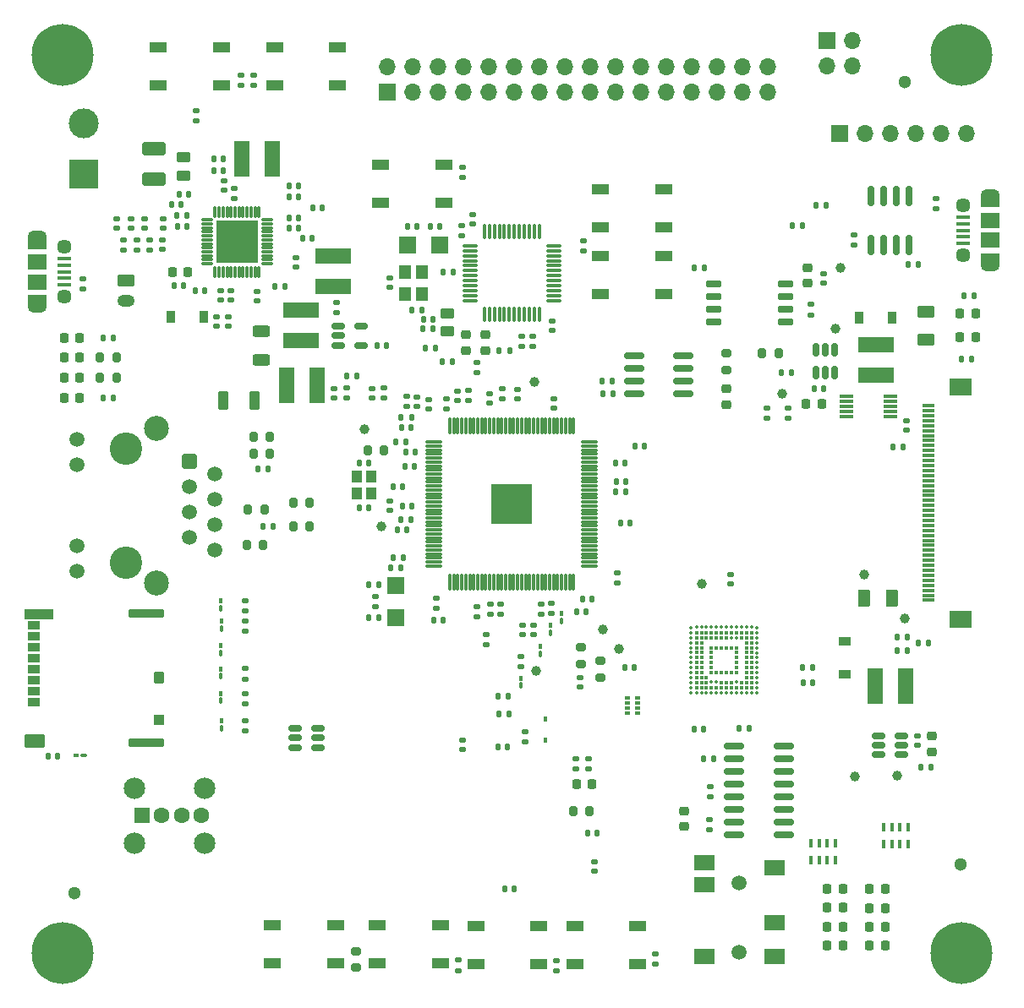
<source format=gts>
G04 #@! TF.GenerationSoftware,KiCad,Pcbnew,(6.0.8)*
G04 #@! TF.CreationDate,2024-01-04T13:57:02-05:00*
G04 #@! TF.ProjectId,lb_mp1,6c625f6d-7031-42e6-9b69-6361645f7063,rev?*
G04 #@! TF.SameCoordinates,Original*
G04 #@! TF.FileFunction,Soldermask,Top*
G04 #@! TF.FilePolarity,Negative*
%FSLAX46Y46*%
G04 Gerber Fmt 4.6, Leading zero omitted, Abs format (unit mm)*
G04 Created by KiCad (PCBNEW (6.0.8)) date 2024-01-04 13:57:02*
%MOMM*%
%LPD*%
G01*
G04 APERTURE LIST*
G04 Aperture macros list*
%AMRoundRect*
0 Rectangle with rounded corners*
0 $1 Rounding radius*
0 $2 $3 $4 $5 $6 $7 $8 $9 X,Y pos of 4 corners*
0 Add a 4 corners polygon primitive as box body*
4,1,4,$2,$3,$4,$5,$6,$7,$8,$9,$2,$3,0*
0 Add four circle primitives for the rounded corners*
1,1,$1+$1,$2,$3*
1,1,$1+$1,$4,$5*
1,1,$1+$1,$6,$7*
1,1,$1+$1,$8,$9*
0 Add four rect primitives between the rounded corners*
20,1,$1+$1,$2,$3,$4,$5,0*
20,1,$1+$1,$4,$5,$6,$7,0*
20,1,$1+$1,$6,$7,$8,$9,0*
20,1,$1+$1,$8,$9,$2,$3,0*%
G04 Aperture macros list end*
%ADD10C,1.300000*%
%ADD11RoundRect,0.135000X-0.185000X0.135000X-0.185000X-0.135000X0.185000X-0.135000X0.185000X0.135000X0*%
%ADD12RoundRect,0.150000X-0.150000X0.825000X-0.150000X-0.825000X0.150000X-0.825000X0.150000X0.825000X0*%
%ADD13RoundRect,0.150000X0.825000X0.150000X-0.825000X0.150000X-0.825000X-0.150000X0.825000X-0.150000X0*%
%ADD14RoundRect,0.135000X0.185000X-0.135000X0.185000X0.135000X-0.185000X0.135000X-0.185000X-0.135000X0*%
%ADD15RoundRect,0.135000X0.135000X0.185000X-0.135000X0.185000X-0.135000X-0.185000X0.135000X-0.185000X0*%
%ADD16RoundRect,0.200000X-0.275000X0.200000X-0.275000X-0.200000X0.275000X-0.200000X0.275000X0.200000X0*%
%ADD17RoundRect,0.250000X-0.625000X0.350000X-0.625000X-0.350000X0.625000X-0.350000X0.625000X0.350000X0*%
%ADD18O,1.750000X1.200000*%
%ADD19RoundRect,0.135000X-0.135000X-0.185000X0.135000X-0.185000X0.135000X0.185000X-0.135000X0.185000X0*%
%ADD20R,0.500000X0.320000*%
%ADD21RoundRect,0.140000X0.140000X0.170000X-0.140000X0.170000X-0.140000X-0.170000X0.140000X-0.170000X0*%
%ADD22R,1.700000X1.000000*%
%ADD23RoundRect,0.140000X0.170000X-0.140000X0.170000X0.140000X-0.170000X0.140000X-0.170000X-0.140000X0*%
%ADD24RoundRect,0.200000X0.275000X-0.200000X0.275000X0.200000X-0.275000X0.200000X-0.275000X-0.200000X0*%
%ADD25RoundRect,0.140000X-0.140000X-0.170000X0.140000X-0.170000X0.140000X0.170000X-0.140000X0.170000X0*%
%ADD26O,0.490000X0.280000*%
%ADD27O,0.280000X0.490000*%
%ADD28C,0.370000*%
%ADD29C,1.500000*%
%ADD30R,2.000000X1.500000*%
%ADD31R,1.600000X1.600000*%
%ADD32C,1.600000*%
%ADD33C,2.150000*%
%ADD34C,6.200000*%
%ADD35RoundRect,0.250000X0.925000X-0.412500X0.925000X0.412500X-0.925000X0.412500X-0.925000X-0.412500X0*%
%ADD36RoundRect,0.218750X-0.218750X-0.256250X0.218750X-0.256250X0.218750X0.256250X-0.218750X0.256250X0*%
%ADD37RoundRect,0.200000X-0.200000X-0.275000X0.200000X-0.275000X0.200000X0.275000X-0.200000X0.275000X0*%
%ADD38C,1.000000*%
%ADD39RoundRect,0.100000X0.100000X-0.150000X0.100000X0.150000X-0.100000X0.150000X-0.100000X-0.150000X0*%
%ADD40RoundRect,0.100000X0.100000X-0.208500X0.100000X0.208500X-0.100000X0.208500X-0.100000X-0.208500X0*%
%ADD41RoundRect,0.140000X-0.170000X0.140000X-0.170000X-0.140000X0.170000X-0.140000X0.170000X0.140000X0*%
%ADD42R,1.300000X0.300000*%
%ADD43R,2.200000X1.800000*%
%ADD44R,1.400000X0.300000*%
%ADD45R,3.600000X1.500000*%
%ADD46RoundRect,0.218750X0.218750X0.256250X-0.218750X0.256250X-0.218750X-0.256250X0.218750X-0.256250X0*%
%ADD47R,1.700000X1.700000*%
%ADD48O,1.700000X1.700000*%
%ADD49R,1.350000X0.400000*%
%ADD50R,1.900000X1.200000*%
%ADD51R,1.900000X1.500000*%
%ADD52C,1.450000*%
%ADD53O,1.900000X1.200000*%
%ADD54R,1.750000X1.800000*%
%ADD55C,3.250000*%
%ADD56RoundRect,0.250500X-0.499500X0.499500X-0.499500X-0.499500X0.499500X-0.499500X0.499500X0.499500X0*%
%ADD57C,2.500000*%
%ADD58R,0.900000X1.200000*%
%ADD59RoundRect,0.076200X0.550000X-0.350000X0.550000X0.350000X-0.550000X0.350000X-0.550000X-0.350000X0*%
%ADD60RoundRect,0.076200X0.465000X-0.450000X0.465000X0.450000X-0.465000X0.450000X-0.465000X-0.450000X0*%
%ADD61RoundRect,0.076200X0.390000X-0.525000X0.390000X0.525000X-0.390000X0.525000X-0.390000X-0.525000X0*%
%ADD62RoundRect,0.076200X0.915000X-0.570000X0.915000X0.570000X-0.915000X0.570000X-0.915000X-0.570000X0*%
%ADD63RoundRect,0.076200X1.400000X-0.430000X1.400000X0.430000X-1.400000X0.430000X-1.400000X-0.430000X0*%
%ADD64RoundRect,0.076200X1.665000X-0.350000X1.665000X0.350000X-1.665000X0.350000X-1.665000X-0.350000X0*%
%ADD65RoundRect,0.050800X0.500000X0.100000X-0.500000X0.100000X-0.500000X-0.100000X0.500000X-0.100000X0*%
%ADD66RoundRect,0.050800X-0.100000X0.500000X-0.100000X-0.500000X0.100000X-0.500000X0.100000X0.500000X0*%
%ADD67RoundRect,0.050800X-0.500000X-0.100000X0.500000X-0.100000X0.500000X0.100000X-0.500000X0.100000X0*%
%ADD68RoundRect,0.050800X0.100000X-0.500000X0.100000X0.500000X-0.100000X0.500000X-0.100000X-0.500000X0*%
%ADD69C,0.711200*%
%ADD70RoundRect,0.250000X-0.625000X0.312500X-0.625000X-0.312500X0.625000X-0.312500X0.625000X0.312500X0*%
%ADD71R,1.500000X3.600000*%
%ADD72RoundRect,0.150000X0.512500X0.150000X-0.512500X0.150000X-0.512500X-0.150000X0.512500X-0.150000X0*%
%ADD73RoundRect,0.150000X-0.650000X-0.150000X0.650000X-0.150000X0.650000X0.150000X-0.650000X0.150000X0*%
%ADD74R,1.200000X1.400000*%
%ADD75RoundRect,0.200000X0.200000X0.275000X-0.200000X0.275000X-0.200000X-0.275000X0.200000X-0.275000X0*%
%ADD76RoundRect,0.225000X-0.250000X0.225000X-0.250000X-0.225000X0.250000X-0.225000X0.250000X0.225000X0*%
%ADD77R,3.000000X3.000000*%
%ADD78C,3.000000*%
%ADD79RoundRect,0.100000X0.150000X0.100000X-0.150000X0.100000X-0.150000X-0.100000X0.150000X-0.100000X0*%
%ADD80RoundRect,0.100000X0.208500X0.100000X-0.208500X0.100000X-0.208500X-0.100000X0.208500X-0.100000X0*%
%ADD81RoundRect,0.075000X-0.662500X-0.075000X0.662500X-0.075000X0.662500X0.075000X-0.662500X0.075000X0*%
%ADD82RoundRect,0.075000X-0.075000X-0.662500X0.075000X-0.662500X0.075000X0.662500X-0.075000X0.662500X0*%
%ADD83RoundRect,0.225000X0.225000X0.250000X-0.225000X0.250000X-0.225000X-0.250000X0.225000X-0.250000X0*%
%ADD84RoundRect,0.225000X0.250000X-0.225000X0.250000X0.225000X-0.250000X0.225000X-0.250000X-0.225000X0*%
%ADD85RoundRect,0.250000X-0.275000X-0.700000X0.275000X-0.700000X0.275000X0.700000X-0.275000X0.700000X0*%
%ADD86RoundRect,0.218750X0.256250X-0.218750X0.256250X0.218750X-0.256250X0.218750X-0.256250X-0.218750X0*%
%ADD87RoundRect,0.150000X-0.150000X0.512500X-0.150000X-0.512500X0.150000X-0.512500X0.150000X0.512500X0*%
%ADD88RoundRect,0.250000X-0.450000X0.262500X-0.450000X-0.262500X0.450000X-0.262500X0.450000X0.262500X0*%
%ADD89RoundRect,0.150000X-0.512500X-0.150000X0.512500X-0.150000X0.512500X0.150000X-0.512500X0.150000X0*%
%ADD90R,0.450000X0.600000*%
%ADD91R,0.400000X0.900000*%
%ADD92R,1.800000X1.750000*%
%ADD93RoundRect,0.250000X0.375000X0.625000X-0.375000X0.625000X-0.375000X-0.625000X0.375000X-0.625000X0*%
%ADD94R,1.000000X1.150000*%
%ADD95R,1.200000X0.900000*%
%ADD96RoundRect,0.250000X0.625000X-0.375000X0.625000X0.375000X-0.625000X0.375000X-0.625000X-0.375000X0*%
%ADD97RoundRect,0.050800X0.800000X-0.123750X0.800000X0.123750X-0.800000X0.123750X-0.800000X-0.123750X0*%
%ADD98RoundRect,0.050800X0.123750X-0.800000X0.123750X0.800000X-0.123750X0.800000X-0.123750X-0.800000X0*%
G04 APERTURE END LIST*
G36*
X124040000Y-72490000D02*
G01*
X119840000Y-72490000D01*
X119840000Y-68290000D01*
X124040000Y-68290000D01*
X124040000Y-72490000D01*
G37*
G36*
X151440000Y-98660000D02*
G01*
X147440000Y-98660000D01*
X147440000Y-94660000D01*
X151440000Y-94660000D01*
X151440000Y-98660000D01*
G37*
D10*
X194400000Y-132777000D03*
X105650000Y-135677000D03*
X188770000Y-54397000D03*
D11*
X153950000Y-142400000D03*
X153950000Y-143420000D03*
D12*
X189185000Y-65765000D03*
X187915000Y-65765000D03*
X186645000Y-65765000D03*
X185375000Y-65765000D03*
X185375000Y-70715000D03*
X186645000Y-70715000D03*
X187915000Y-70715000D03*
X189185000Y-70715000D03*
D13*
X166655000Y-85575000D03*
X166655000Y-84305000D03*
X166655000Y-83035000D03*
X166655000Y-81765000D03*
X161705000Y-81765000D03*
X161705000Y-83035000D03*
X161705000Y-84305000D03*
X161705000Y-85575000D03*
D11*
X150800000Y-119490000D03*
X150800000Y-120510000D03*
D14*
X144510000Y-63900000D03*
X144510000Y-62880000D03*
D15*
X159530000Y-84310000D03*
X158510000Y-84310000D03*
D16*
X158300000Y-112375000D03*
X158300000Y-114025000D03*
D17*
X110850000Y-74300000D03*
D18*
X110850000Y-76300000D03*
D11*
X106500000Y-74090000D03*
X106500000Y-75110000D03*
D19*
X194510000Y-82100000D03*
X195530000Y-82100000D03*
D20*
X162020000Y-117630000D03*
X162020000Y-117130000D03*
X162020000Y-116630000D03*
X162020000Y-116130000D03*
X161020000Y-116130000D03*
X161020000Y-116630000D03*
X161020000Y-117130000D03*
X161020000Y-117630000D03*
D21*
X120600000Y-62110000D03*
X119640000Y-62110000D03*
D22*
X114060000Y-54700000D03*
X120360000Y-54700000D03*
X114060000Y-50900000D03*
X120360000Y-50900000D03*
D23*
X144020000Y-86310000D03*
X144020000Y-85350000D03*
D24*
X156340000Y-112685000D03*
X156340000Y-111035000D03*
D21*
X138510000Y-94950000D03*
X137550000Y-94950000D03*
D13*
X176655000Y-129835000D03*
X176655000Y-128565000D03*
X176655000Y-127295000D03*
X176655000Y-126025000D03*
X176655000Y-124755000D03*
X176655000Y-123485000D03*
X176655000Y-122215000D03*
X176655000Y-120945000D03*
X171705000Y-120945000D03*
X171705000Y-122215000D03*
X171705000Y-123485000D03*
X171705000Y-124755000D03*
X171705000Y-126025000D03*
X171705000Y-127295000D03*
X171705000Y-128565000D03*
X171705000Y-129835000D03*
D25*
X116130000Y-65590000D03*
X117090000Y-65590000D03*
D26*
X167380000Y-115560000D03*
X167380000Y-115060000D03*
X167380000Y-114560000D03*
X167380000Y-114060000D03*
X167380000Y-113560000D03*
X167380000Y-113060000D03*
X167380000Y-112560000D03*
X167380000Y-112060000D03*
X167380000Y-111560000D03*
X167380000Y-111060000D03*
X167380000Y-110560000D03*
X167380000Y-110060000D03*
X167380000Y-109560000D03*
X167380000Y-109060000D03*
D27*
X167940000Y-115620000D03*
D28*
X167940000Y-115060000D03*
X167940000Y-114560000D03*
X167940000Y-114060000D03*
X167940000Y-113560000D03*
X167940000Y-113060000D03*
X167940000Y-112560000D03*
X167940000Y-112060000D03*
X167940000Y-111560000D03*
X167940000Y-111060000D03*
X167940000Y-110560000D03*
X167940000Y-110060000D03*
X167940000Y-109560000D03*
D27*
X167940000Y-109000000D03*
X168440000Y-115620000D03*
D28*
X168440000Y-115060000D03*
X168440000Y-114560000D03*
X168440000Y-114060000D03*
X168440000Y-113560000D03*
X168440000Y-113060000D03*
X168440000Y-112560000D03*
X168440000Y-112060000D03*
X168440000Y-111560000D03*
X168440000Y-111060000D03*
X168440000Y-110560000D03*
X168440000Y-110060000D03*
X168440000Y-109560000D03*
D27*
X168440000Y-109000000D03*
X168940000Y-115620000D03*
D28*
X168940000Y-115060000D03*
X168940000Y-114560000D03*
X168940000Y-114060000D03*
X168940000Y-110060000D03*
X168940000Y-109560000D03*
D27*
X168940000Y-109000000D03*
X169440000Y-115620000D03*
D28*
X169440000Y-115060000D03*
D27*
X169440000Y-114500000D03*
D28*
X169440000Y-113560000D03*
X169440000Y-113060000D03*
X169440000Y-112560000D03*
X169440000Y-112060000D03*
X169440000Y-111560000D03*
X169440000Y-111060000D03*
X169440000Y-110060000D03*
X169440000Y-109560000D03*
D27*
X169440000Y-109000000D03*
X169940000Y-115620000D03*
D28*
X169940000Y-115060000D03*
D27*
X169940000Y-114500000D03*
D28*
X169940000Y-113560000D03*
X169940000Y-111060000D03*
X169940000Y-110060000D03*
X169940000Y-109560000D03*
D27*
X169940000Y-109000000D03*
X170440000Y-115620000D03*
D28*
X170440000Y-115060000D03*
X170440000Y-114560000D03*
X170440000Y-113560000D03*
X170440000Y-111060000D03*
X170440000Y-110060000D03*
X170440000Y-109560000D03*
D27*
X170440000Y-109000000D03*
X170940000Y-115620000D03*
D28*
X170940000Y-115060000D03*
X170940000Y-114560000D03*
X170940000Y-113560000D03*
X170940000Y-111060000D03*
X170940000Y-110060000D03*
X170940000Y-109560000D03*
D27*
X170940000Y-109000000D03*
X171440000Y-115620000D03*
D28*
X171440000Y-115060000D03*
X171440000Y-114560000D03*
X171440000Y-113560000D03*
X171440000Y-111060000D03*
D27*
X171440000Y-110120000D03*
D28*
X171440000Y-109560000D03*
D27*
X171440000Y-109000000D03*
X171940000Y-115620000D03*
D28*
X171940000Y-115060000D03*
D27*
X171940000Y-114500000D03*
D28*
X171940000Y-113560000D03*
X171940000Y-113060000D03*
X171940000Y-112560000D03*
X171940000Y-112060000D03*
X171940000Y-111560000D03*
X171940000Y-111060000D03*
D27*
X171940000Y-110120000D03*
D28*
X171940000Y-109560000D03*
D27*
X171940000Y-109000000D03*
X172440000Y-115620000D03*
D28*
X172440000Y-115060000D03*
X172440000Y-114560000D03*
X172440000Y-110060000D03*
X172440000Y-109560000D03*
D27*
X172440000Y-109000000D03*
X172940000Y-115620000D03*
D28*
X172940000Y-115060000D03*
X172940000Y-114560000D03*
X172940000Y-114060000D03*
X172940000Y-113560000D03*
X172940000Y-113060000D03*
X172940000Y-112560000D03*
X172940000Y-112060000D03*
X172940000Y-111560000D03*
X172940000Y-111060000D03*
X172940000Y-110560000D03*
X172940000Y-110060000D03*
X172940000Y-109560000D03*
D27*
X172940000Y-109000000D03*
X173440000Y-115620000D03*
D28*
X173440000Y-115060000D03*
X173440000Y-114560000D03*
X173440000Y-114060000D03*
X173440000Y-113560000D03*
X173440000Y-113060000D03*
X173440000Y-112560000D03*
X173440000Y-112060000D03*
X173440000Y-111560000D03*
X173440000Y-111060000D03*
X173440000Y-110560000D03*
X173440000Y-110060000D03*
X173440000Y-109560000D03*
D27*
X173440000Y-109000000D03*
D26*
X174000000Y-115570000D03*
X174000000Y-115070000D03*
X174000000Y-114570000D03*
X174000000Y-114070000D03*
X174000000Y-113570000D03*
X174000000Y-113070000D03*
X174000000Y-112570000D03*
X174000000Y-112070000D03*
X174000000Y-111570000D03*
X174000000Y-111070000D03*
X174000000Y-110570000D03*
X174000000Y-110070000D03*
X174000000Y-109570000D03*
X174000000Y-109070000D03*
D21*
X139820000Y-91460000D03*
X138860000Y-91460000D03*
D14*
X153390000Y-107660000D03*
X153390000Y-106640000D03*
D19*
X132950000Y-83830000D03*
X133970000Y-83830000D03*
D25*
X140590000Y-78150000D03*
X141550000Y-78150000D03*
D19*
X142550000Y-73460000D03*
X143570000Y-73460000D03*
D29*
X172230000Y-141615000D03*
X172230000Y-134615000D03*
D30*
X175730000Y-142015000D03*
X168730000Y-142015000D03*
X175730000Y-138615000D03*
X168730000Y-134815000D03*
X168730000Y-132615000D03*
X175730000Y-133115000D03*
D21*
X159560000Y-85640000D03*
X158600000Y-85640000D03*
X120600000Y-63240000D03*
X119640000Y-63240000D03*
D31*
X112390000Y-127900000D03*
D32*
X114390000Y-127900000D03*
X116390000Y-127900000D03*
X118390000Y-127900000D03*
D33*
X118660000Y-125180000D03*
X118660000Y-130620000D03*
X111660000Y-125180000D03*
X111660000Y-130620000D03*
D24*
X170950000Y-83225000D03*
X170950000Y-81575000D03*
D23*
X169250000Y-129260000D03*
X169250000Y-128300000D03*
D21*
X139330000Y-98190000D03*
X138370000Y-98190000D03*
D25*
X135940000Y-80760000D03*
X136900000Y-80760000D03*
D34*
X104440000Y-51660000D03*
D35*
X113600000Y-64137500D03*
X113600000Y-61062500D03*
D19*
X140760000Y-81000000D03*
X141780000Y-81000000D03*
D36*
X185252500Y-135193334D03*
X186827500Y-135193334D03*
D15*
X143520000Y-82370000D03*
X142500000Y-82370000D03*
D37*
X123045000Y-97230000D03*
X124695000Y-97230000D03*
D38*
X183780000Y-123930000D03*
D14*
X146860000Y-110800000D03*
X146860000Y-109780000D03*
D37*
X108225000Y-84010000D03*
X109875000Y-84010000D03*
D23*
X135470000Y-86030000D03*
X135470000Y-85070000D03*
D34*
X194440000Y-141660000D03*
D23*
X111900000Y-71180000D03*
X111900000Y-70220000D03*
D21*
X142580000Y-108330000D03*
X141620000Y-108330000D03*
D39*
X154440000Y-107640000D03*
D40*
X154440000Y-108388500D03*
D41*
X145940000Y-106990000D03*
X145940000Y-107950000D03*
D23*
X189000000Y-89270000D03*
X189000000Y-88310000D03*
X145960000Y-83460000D03*
X145960000Y-82500000D03*
D21*
X118720000Y-75260000D03*
X117760000Y-75260000D03*
D41*
X122340000Y-53730000D03*
X122340000Y-54690000D03*
D21*
X139720000Y-92860000D03*
X138760000Y-92860000D03*
D11*
X177150000Y-87040000D03*
X177150000Y-88060000D03*
D42*
X191140000Y-106310000D03*
X191140000Y-105810000D03*
X191140000Y-105310000D03*
X191140000Y-104810000D03*
X191140000Y-104310000D03*
X191140000Y-103810000D03*
X191140000Y-103310000D03*
X191140000Y-102810000D03*
X191140000Y-102310000D03*
X191140000Y-101810000D03*
X191140000Y-101310000D03*
X191140000Y-100810000D03*
X191140000Y-100310000D03*
X191140000Y-99810000D03*
X191140000Y-99310000D03*
X191140000Y-98810000D03*
X191140000Y-98310000D03*
X191140000Y-97810000D03*
X191140000Y-97310000D03*
X191140000Y-96810000D03*
X191140000Y-96310000D03*
X191140000Y-95810000D03*
X191140000Y-95310000D03*
X191140000Y-94810000D03*
X191140000Y-94310000D03*
X191140000Y-93810000D03*
X191140000Y-93310000D03*
X191140000Y-92810000D03*
X191140000Y-92310000D03*
X191140000Y-91810000D03*
X191140000Y-91310000D03*
X191140000Y-90810000D03*
X191140000Y-90310000D03*
X191140000Y-89810000D03*
X191140000Y-89310000D03*
X191140000Y-88810000D03*
X191140000Y-88310000D03*
X191140000Y-87810000D03*
X191140000Y-87310000D03*
X191140000Y-86810000D03*
D43*
X194390000Y-84910000D03*
X194390000Y-108210000D03*
D44*
X187400000Y-87900000D03*
X187400000Y-87400000D03*
X187400000Y-86900000D03*
X187400000Y-86400000D03*
X187400000Y-85900000D03*
X183000000Y-85900000D03*
X183000000Y-86400000D03*
X183000000Y-86900000D03*
X183000000Y-87400000D03*
X183000000Y-87900000D03*
D11*
X123640000Y-53700000D03*
X123640000Y-54720000D03*
D25*
X127130000Y-69000000D03*
X128090000Y-69000000D03*
D22*
X162060000Y-142750000D03*
X155760000Y-142750000D03*
X162060000Y-138950000D03*
X155760000Y-138950000D03*
D15*
X139400000Y-87990000D03*
X138380000Y-87990000D03*
D45*
X128320000Y-77245000D03*
X128320000Y-80295000D03*
D46*
X182597500Y-139020000D03*
X181022500Y-139020000D03*
D47*
X136960000Y-55345000D03*
D48*
X136960000Y-52805000D03*
X139500000Y-55345000D03*
X139500000Y-52805000D03*
X142040000Y-55345000D03*
X142040000Y-52805000D03*
X144580000Y-55345000D03*
X144580000Y-52805000D03*
X147120000Y-55345000D03*
X147120000Y-52805000D03*
X149660000Y-55345000D03*
X149660000Y-52805000D03*
X152200000Y-55345000D03*
X152200000Y-52805000D03*
X154740000Y-55345000D03*
X154740000Y-52805000D03*
X157280000Y-55345000D03*
X157280000Y-52805000D03*
X159820000Y-55345000D03*
X159820000Y-52805000D03*
X162360000Y-55345000D03*
X162360000Y-52805000D03*
X164900000Y-55345000D03*
X164900000Y-52805000D03*
X167440000Y-55345000D03*
X167440000Y-52805000D03*
X169980000Y-55345000D03*
X169980000Y-52805000D03*
X172520000Y-55345000D03*
X172520000Y-52805000D03*
X175060000Y-55345000D03*
X175060000Y-52805000D03*
D23*
X150040000Y-86140000D03*
X150040000Y-85180000D03*
X120640000Y-65240000D03*
X120640000Y-64280000D03*
D34*
X104440000Y-141660000D03*
D36*
X185252500Y-139020000D03*
X186827500Y-139020000D03*
D11*
X150440000Y-79870000D03*
X150440000Y-80890000D03*
D47*
X182290000Y-59550000D03*
D48*
X184830000Y-59550000D03*
X187370000Y-59550000D03*
X189910000Y-59550000D03*
X192450000Y-59550000D03*
X194990000Y-59550000D03*
D49*
X104662500Y-72100000D03*
X104662500Y-72750000D03*
X104662500Y-73400000D03*
X104662500Y-74050000D03*
X104662500Y-74700000D03*
D50*
X101962500Y-70500000D03*
D51*
X101962500Y-74400000D03*
D52*
X104662500Y-75900000D03*
D50*
X101962500Y-76300000D03*
D53*
X101962500Y-76900000D03*
D51*
X101962500Y-72400000D03*
D52*
X104662500Y-70900000D03*
D53*
X101962500Y-69900000D03*
D54*
X138995000Y-70690000D03*
X142245000Y-70690000D03*
D11*
X151520000Y-79880000D03*
X151520000Y-80900000D03*
D23*
X111290000Y-69040000D03*
X111290000Y-68080000D03*
D41*
X157700000Y-132520000D03*
X157700000Y-133480000D03*
D45*
X131550000Y-71795000D03*
X131550000Y-74845000D03*
D55*
X110812500Y-91085000D03*
X110812500Y-102515000D03*
D56*
X117172500Y-92360000D03*
D29*
X119712500Y-93620000D03*
X117172500Y-94900000D03*
X119712500Y-96160000D03*
X117172500Y-97440000D03*
X119712500Y-98700000D03*
X117172500Y-99980000D03*
X119712500Y-101240000D03*
X105912500Y-90175000D03*
X105912500Y-92715000D03*
X105912500Y-100885000D03*
X105912500Y-103425000D03*
D57*
X113862500Y-104545000D03*
X113862500Y-89055000D03*
D21*
X130500000Y-67000000D03*
X129540000Y-67000000D03*
D36*
X194322500Y-77580000D03*
X195897500Y-77580000D03*
D58*
X187490000Y-77960000D03*
X184190000Y-77960000D03*
D23*
X136650000Y-86020000D03*
X136650000Y-85060000D03*
D59*
X101625000Y-116520000D03*
X101625000Y-115420000D03*
X101625000Y-114320000D03*
X101625000Y-113220000D03*
X101625000Y-112120000D03*
X101625000Y-111020000D03*
X101625000Y-109920000D03*
X101625000Y-108820000D03*
D60*
X114090000Y-118310000D03*
D61*
X114165000Y-114045000D03*
D62*
X101640000Y-120400000D03*
D63*
X102125000Y-107740000D03*
D64*
X112890000Y-120620000D03*
X112890000Y-107660000D03*
D49*
X194647500Y-70530000D03*
X194647500Y-69880000D03*
X194647500Y-69230000D03*
X194647500Y-68580000D03*
X194647500Y-67930000D03*
D53*
X197347500Y-65730000D03*
D52*
X194647500Y-66730000D03*
D53*
X197347500Y-72730000D03*
D50*
X197347500Y-72130000D03*
D51*
X197347500Y-68230000D03*
D52*
X194647500Y-71730000D03*
D51*
X197347500Y-70230000D03*
D50*
X197347500Y-66330000D03*
D23*
X141900000Y-107080000D03*
X141900000Y-106120000D03*
D21*
X138570000Y-102000000D03*
X137610000Y-102000000D03*
D39*
X153310000Y-108850000D03*
D40*
X153310000Y-109598500D03*
D39*
X152340000Y-110940000D03*
D40*
X152340000Y-111688500D03*
D41*
X121080000Y-77870000D03*
X121080000Y-78830000D03*
D25*
X140560000Y-79130000D03*
X141520000Y-79130000D03*
D65*
X124940000Y-72590000D03*
X124940000Y-72190000D03*
X124940000Y-71790000D03*
X124940000Y-71390000D03*
X124940000Y-70990000D03*
X124940000Y-70590000D03*
X124940000Y-70190000D03*
X124940000Y-69790000D03*
X124940000Y-69390000D03*
X124940000Y-68990000D03*
X124940000Y-68590000D03*
X124940000Y-68190000D03*
D66*
X124140000Y-67390000D03*
X123740000Y-67390000D03*
X123340000Y-67390000D03*
X122940000Y-67390000D03*
X122540000Y-67390000D03*
X122140000Y-67390000D03*
X121740000Y-67390000D03*
X121340000Y-67390000D03*
X120940000Y-67390000D03*
X120540000Y-67390000D03*
X120140000Y-67390000D03*
X119740000Y-67390000D03*
D67*
X118940000Y-68190000D03*
X118940000Y-68590000D03*
X118940000Y-68990000D03*
X118940000Y-69390000D03*
X118940000Y-69790000D03*
X118940000Y-70190000D03*
X118940000Y-70590000D03*
X118940000Y-70990000D03*
X118940000Y-71390000D03*
X118940000Y-71790000D03*
X118940000Y-72190000D03*
X118940000Y-72590000D03*
D68*
X119740000Y-73390000D03*
X120140000Y-73390000D03*
X120540000Y-73390000D03*
X120940000Y-73390000D03*
X121340000Y-73390000D03*
X121740000Y-73390000D03*
X122140000Y-73390000D03*
X122540000Y-73390000D03*
X122940000Y-73390000D03*
X123340000Y-73390000D03*
X123740000Y-73390000D03*
X124140000Y-73390000D03*
D69*
X123140000Y-71590000D03*
X121940000Y-71590000D03*
X120740000Y-71590000D03*
X123140000Y-70390000D03*
X121940000Y-70390000D03*
X120740000Y-70390000D03*
X123140000Y-69190000D03*
X121940000Y-69190000D03*
X120740000Y-69190000D03*
D22*
X136320000Y-62680000D03*
X142620000Y-62680000D03*
X136320000Y-66480000D03*
X142620000Y-66480000D03*
D41*
X150520000Y-108770000D03*
X150520000Y-109730000D03*
D25*
X134190000Y-92570000D03*
X135150000Y-92570000D03*
D41*
X137230000Y-73990000D03*
X137230000Y-74950000D03*
X137200000Y-96350000D03*
X137200000Y-97310000D03*
D70*
X124330000Y-79307500D03*
X124330000Y-82232500D03*
D36*
X104612500Y-82000000D03*
X106187500Y-82000000D03*
D21*
X126720000Y-74860000D03*
X125760000Y-74860000D03*
D11*
X163820000Y-141720000D03*
X163820000Y-142740000D03*
X117840000Y-57250000D03*
X117840000Y-58270000D03*
D71*
X126885000Y-84760000D03*
X129935000Y-84760000D03*
D19*
X148130000Y-117700000D03*
X149150000Y-117700000D03*
D38*
X188010000Y-123890000D03*
D23*
X147240000Y-86540000D03*
X147240000Y-85580000D03*
D39*
X120340000Y-106340000D03*
D40*
X120340000Y-107088500D03*
D36*
X104612500Y-80000000D03*
X106187500Y-80000000D03*
D25*
X159840000Y-92580000D03*
X160800000Y-92580000D03*
D14*
X132890000Y-86070000D03*
X132890000Y-85050000D03*
D15*
X191140000Y-110610000D03*
X190120000Y-110610000D03*
D14*
X159990000Y-104620000D03*
X159990000Y-103600000D03*
D38*
X168440000Y-104700000D03*
D14*
X156590000Y-71320000D03*
X156590000Y-70300000D03*
D45*
X185940000Y-83710000D03*
X185940000Y-80660000D03*
D25*
X127130000Y-67980000D03*
X128090000Y-67980000D03*
D14*
X191920000Y-67050000D03*
X191920000Y-66030000D03*
D23*
X141140000Y-87150000D03*
X141140000Y-86190000D03*
D25*
X155960000Y-107460000D03*
X156920000Y-107460000D03*
D41*
X114490000Y-70190000D03*
X114490000Y-71150000D03*
X139940000Y-85950000D03*
X139940000Y-86910000D03*
D72*
X130037500Y-121050000D03*
X130037500Y-120100000D03*
X130037500Y-119150000D03*
X127762500Y-119150000D03*
X127762500Y-120100000D03*
X127762500Y-121050000D03*
D14*
X122720000Y-119390000D03*
X122720000Y-118370000D03*
D15*
X177450000Y-83485000D03*
X176430000Y-83485000D03*
D38*
X151920000Y-113380000D03*
D41*
X148330000Y-106720000D03*
X148330000Y-107680000D03*
D73*
X169680000Y-74645000D03*
X169680000Y-75915000D03*
X169680000Y-77185000D03*
X169680000Y-78455000D03*
X176880000Y-78455000D03*
X176880000Y-77185000D03*
X176880000Y-75915000D03*
X176880000Y-74645000D03*
D46*
X182597500Y-140910000D03*
X181022500Y-140910000D03*
D74*
X138730000Y-73390000D03*
X138730000Y-75590000D03*
X140430000Y-75590000D03*
X140430000Y-73390000D03*
D22*
X158350000Y-71800000D03*
X164650000Y-71800000D03*
X164650000Y-75600000D03*
X158350000Y-75600000D03*
X125500000Y-142700000D03*
X131800000Y-142700000D03*
X125500000Y-138900000D03*
X131800000Y-138900000D03*
D37*
X127575000Y-98900000D03*
X129225000Y-98900000D03*
D39*
X120335000Y-115635000D03*
D40*
X120335000Y-116383500D03*
D25*
X161760000Y-90860000D03*
X162720000Y-90860000D03*
D19*
X167730000Y-72980000D03*
X168750000Y-72980000D03*
D11*
X150360000Y-111930000D03*
X150360000Y-112950000D03*
D22*
X145870000Y-142740000D03*
X152170000Y-142740000D03*
X145870000Y-138940000D03*
X152170000Y-138940000D03*
D75*
X125225000Y-91600000D03*
X123575000Y-91600000D03*
D21*
X142240000Y-68880000D03*
X141280000Y-68880000D03*
D19*
X190440000Y-123060000D03*
X191460000Y-123060000D03*
D75*
X157225000Y-127400000D03*
X155575000Y-127400000D03*
D25*
X139000000Y-68860000D03*
X139960000Y-68860000D03*
D76*
X191500000Y-119925000D03*
X191500000Y-121475000D03*
D14*
X122740000Y-109370000D03*
X122740000Y-108350000D03*
D38*
X184750000Y-103750000D03*
D39*
X120355000Y-108365000D03*
D40*
X120355000Y-109113500D03*
D25*
X159860000Y-95460000D03*
X160820000Y-95460000D03*
D41*
X145570000Y-67630000D03*
X145570000Y-68590000D03*
D25*
X156550000Y-106220000D03*
X157510000Y-106220000D03*
D77*
X106600000Y-63640000D03*
D78*
X106600000Y-58560000D03*
D38*
X151680000Y-84400000D03*
D79*
X105865000Y-121885000D03*
D80*
X106613500Y-121885000D03*
D81*
X145297500Y-70780000D03*
X145297500Y-71280000D03*
X145297500Y-71780000D03*
X145297500Y-72280000D03*
X145297500Y-72780000D03*
X145297500Y-73280000D03*
X145297500Y-73780000D03*
X145297500Y-74280000D03*
X145297500Y-74780000D03*
X145297500Y-75280000D03*
X145297500Y-75780000D03*
X145297500Y-76280000D03*
D82*
X146710000Y-77692500D03*
X147210000Y-77692500D03*
X147710000Y-77692500D03*
X148210000Y-77692500D03*
X148710000Y-77692500D03*
X149210000Y-77692500D03*
X149710000Y-77692500D03*
X150210000Y-77692500D03*
X150710000Y-77692500D03*
X151210000Y-77692500D03*
X151710000Y-77692500D03*
X152210000Y-77692500D03*
D81*
X153622500Y-76280000D03*
X153622500Y-75780000D03*
X153622500Y-75280000D03*
X153622500Y-74780000D03*
X153622500Y-74280000D03*
X153622500Y-73780000D03*
X153622500Y-73280000D03*
X153622500Y-72780000D03*
X153622500Y-72280000D03*
X153622500Y-71780000D03*
X153622500Y-71280000D03*
X153622500Y-70780000D03*
D82*
X152210000Y-69367500D03*
X151710000Y-69367500D03*
X151210000Y-69367500D03*
X150710000Y-69367500D03*
X150210000Y-69367500D03*
X149710000Y-69367500D03*
X149210000Y-69367500D03*
X148710000Y-69367500D03*
X148210000Y-69367500D03*
X147710000Y-69367500D03*
X147210000Y-69367500D03*
X146710000Y-69367500D03*
D38*
X136420000Y-98890000D03*
D83*
X157475000Y-124700000D03*
X155925000Y-124700000D03*
D19*
X194700000Y-75750000D03*
X195720000Y-75750000D03*
D41*
X151630000Y-108790000D03*
X151630000Y-109750000D03*
D36*
X185252500Y-140903334D03*
X186827500Y-140903334D03*
D23*
X155900000Y-123180000D03*
X155900000Y-122220000D03*
D14*
X122740000Y-107370000D03*
X122740000Y-106350000D03*
D15*
X189040000Y-110010000D03*
X188020000Y-110010000D03*
D84*
X179042500Y-74525000D03*
X179042500Y-72975000D03*
X166720000Y-128975000D03*
X166720000Y-127425000D03*
D11*
X144070000Y-142380000D03*
X144070000Y-143400000D03*
D14*
X122730000Y-116650000D03*
X122730000Y-115630000D03*
D25*
X124560000Y-98940000D03*
X125520000Y-98940000D03*
D38*
X160200000Y-111200000D03*
X188830000Y-108170000D03*
D85*
X120525000Y-86300000D03*
X123675000Y-86300000D03*
D46*
X182597500Y-135190000D03*
X181022500Y-135190000D03*
D41*
X121640000Y-65080000D03*
X121640000Y-66040000D03*
D86*
X170950000Y-86697500D03*
X170950000Y-85122500D03*
D21*
X116320000Y-66660000D03*
X115360000Y-66660000D03*
D37*
X108225000Y-82000000D03*
X109875000Y-82000000D03*
D86*
X144830000Y-81257500D03*
X144830000Y-79682500D03*
D87*
X181790000Y-81247500D03*
X180840000Y-81247500D03*
X179890000Y-81247500D03*
X179890000Y-83522500D03*
X180840000Y-83522500D03*
X181790000Y-83522500D03*
D25*
X115960000Y-68860000D03*
X116920000Y-68860000D03*
X178590000Y-113070000D03*
X179550000Y-113070000D03*
D23*
X114540000Y-69040000D03*
X114540000Y-68080000D03*
D39*
X120330000Y-113180000D03*
D40*
X120330000Y-113928500D03*
D75*
X176165000Y-81585000D03*
X174515000Y-81585000D03*
D23*
X112720000Y-69040000D03*
X112720000Y-68080000D03*
D71*
X188855000Y-114880000D03*
X185805000Y-114880000D03*
D19*
X148200000Y-81260000D03*
X149220000Y-81260000D03*
D88*
X143020000Y-77537500D03*
X143020000Y-79362500D03*
D15*
X173200000Y-119140000D03*
X172180000Y-119140000D03*
D21*
X116620000Y-74760000D03*
X115660000Y-74760000D03*
D23*
X131680000Y-86060000D03*
X131680000Y-85100000D03*
D89*
X186182500Y-119900000D03*
X186182500Y-120850000D03*
X186182500Y-121800000D03*
X188457500Y-121800000D03*
X188457500Y-120850000D03*
X188457500Y-119900000D03*
D90*
X152800000Y-118250000D03*
X152800000Y-120350000D03*
D21*
X180680000Y-85100000D03*
X179720000Y-85100000D03*
D91*
X181820000Y-130650000D03*
X181020000Y-130650000D03*
X180220000Y-130650000D03*
X179420000Y-130650000D03*
X179420000Y-132350000D03*
X180220000Y-132350000D03*
X181020000Y-132350000D03*
X181820000Y-132350000D03*
D25*
X157020000Y-129600000D03*
X157980000Y-129600000D03*
D21*
X190140000Y-72660000D03*
X189180000Y-72660000D03*
D11*
X131890000Y-76500000D03*
X131890000Y-77520000D03*
D39*
X150345000Y-114115000D03*
D40*
X150345000Y-114863500D03*
D23*
X119880000Y-78830000D03*
X119880000Y-77870000D03*
D15*
X116950000Y-67760000D03*
X115930000Y-67760000D03*
D89*
X132102500Y-78850000D03*
X132102500Y-79800000D03*
X132102500Y-80750000D03*
X134377500Y-80750000D03*
X134377500Y-78850000D03*
D15*
X180900000Y-66760000D03*
X179880000Y-66760000D03*
D91*
X189100000Y-129080000D03*
X188300000Y-129080000D03*
X187500000Y-129080000D03*
X186700000Y-129080000D03*
X186700000Y-130780000D03*
X187500000Y-130780000D03*
X188300000Y-130780000D03*
X189100000Y-130780000D03*
D23*
X183690000Y-70680000D03*
X183690000Y-69720000D03*
D34*
X194440000Y-51660000D03*
D19*
X168650000Y-122150000D03*
X169670000Y-122150000D03*
D86*
X146790000Y-81257500D03*
X146790000Y-79682500D03*
D25*
X148050000Y-121030000D03*
X149010000Y-121030000D03*
D23*
X156300000Y-114980000D03*
X156300000Y-114020000D03*
D14*
X135840000Y-106970000D03*
X135840000Y-105950000D03*
D21*
X104000000Y-121900000D03*
X103040000Y-121900000D03*
D16*
X133890000Y-141475000D03*
X133890000Y-143125000D03*
D88*
X116540000Y-61947500D03*
X116540000Y-63772500D03*
D21*
X138930000Y-99270000D03*
X137970000Y-99270000D03*
X139470000Y-96900000D03*
X138510000Y-96900000D03*
D25*
X128510000Y-70070000D03*
X129470000Y-70070000D03*
D21*
X139390000Y-89030000D03*
X138430000Y-89030000D03*
D92*
X137840000Y-104835000D03*
X137840000Y-108085000D03*
D15*
X189040000Y-111310000D03*
X188020000Y-111310000D03*
D38*
X158600000Y-109200000D03*
D25*
X160360000Y-98560000D03*
X161320000Y-98560000D03*
X124050000Y-93120000D03*
X125010000Y-93120000D03*
D23*
X153640000Y-87040000D03*
X153640000Y-86080000D03*
D46*
X182597500Y-137120000D03*
X181022500Y-137120000D03*
D36*
X104612500Y-86000000D03*
X106187500Y-86000000D03*
D21*
X161710000Y-113050000D03*
X160750000Y-113050000D03*
D41*
X144500000Y-120320000D03*
X144500000Y-121280000D03*
D14*
X122740000Y-114190000D03*
X122740000Y-113170000D03*
D41*
X144400000Y-68790000D03*
X144400000Y-69750000D03*
D38*
X182400000Y-73020000D03*
D22*
X131990000Y-54710000D03*
X125690000Y-54710000D03*
X131990000Y-50910000D03*
X125690000Y-50910000D03*
D23*
X148480000Y-86100000D03*
X148480000Y-85140000D03*
D37*
X122925000Y-100750000D03*
X124575000Y-100750000D03*
D21*
X136120000Y-108060000D03*
X135160000Y-108060000D03*
D23*
X180702500Y-74540000D03*
X180702500Y-73580000D03*
D25*
X127160000Y-64760000D03*
X128120000Y-64760000D03*
D39*
X120350000Y-118360000D03*
D40*
X120350000Y-119108500D03*
D23*
X113200000Y-71180000D03*
X113200000Y-70220000D03*
D25*
X127160000Y-65860000D03*
X128120000Y-65860000D03*
D21*
X140420000Y-77220000D03*
X139460000Y-77220000D03*
D47*
X180992500Y-50247500D03*
D48*
X183532500Y-50247500D03*
X180992500Y-52787500D03*
X183532500Y-52787500D03*
D83*
X117015000Y-73460000D03*
X115465000Y-73460000D03*
D71*
X122415000Y-62060000D03*
X125465000Y-62060000D03*
D25*
X178650000Y-114560000D03*
X179610000Y-114560000D03*
D11*
X138900000Y-85870000D03*
X138900000Y-86890000D03*
D93*
X187570000Y-106100000D03*
X184770000Y-106100000D03*
D23*
X142900000Y-87100000D03*
X142900000Y-86140000D03*
D22*
X164650000Y-68900000D03*
X158350000Y-68900000D03*
X164650000Y-65100000D03*
X158350000Y-65100000D03*
D11*
X174960000Y-87010000D03*
X174960000Y-88030000D03*
D19*
X187610000Y-90950000D03*
X188630000Y-90950000D03*
D58*
X118610000Y-77950000D03*
X115310000Y-77950000D03*
D41*
X127840000Y-71980000D03*
X127840000Y-72940000D03*
D25*
X148750000Y-135260000D03*
X149710000Y-135260000D03*
D21*
X138830000Y-90430000D03*
X137870000Y-90430000D03*
D37*
X135015000Y-91260000D03*
X136665000Y-91260000D03*
D94*
X135370000Y-95645000D03*
X135370000Y-93895000D03*
X133970000Y-93895000D03*
X133970000Y-95645000D03*
D38*
X134660000Y-89130000D03*
D14*
X169350000Y-125980000D03*
X169350000Y-124960000D03*
D23*
X145110000Y-86260000D03*
X145110000Y-85300000D03*
X110600000Y-71180000D03*
X110600000Y-70220000D03*
D15*
X109560000Y-86000000D03*
X108540000Y-86000000D03*
D21*
X168640000Y-119260000D03*
X167680000Y-119260000D03*
D23*
X109850000Y-69030000D03*
X109850000Y-68070000D03*
D38*
X181840000Y-79100000D03*
D36*
X185252500Y-137136667D03*
X186827500Y-137136667D03*
D38*
X176500000Y-85600000D03*
D11*
X179360000Y-76680000D03*
X179360000Y-77700000D03*
D41*
X190040000Y-119880000D03*
X190040000Y-120840000D03*
X147300000Y-106730000D03*
X147300000Y-107690000D03*
X123940000Y-75380000D03*
X123940000Y-76340000D03*
D21*
X136120000Y-104760000D03*
X135160000Y-104760000D03*
D23*
X121330000Y-76240000D03*
X121330000Y-75280000D03*
D83*
X180475000Y-86600000D03*
X178925000Y-86600000D03*
D15*
X138350000Y-103060000D03*
X137330000Y-103060000D03*
D41*
X157100000Y-122220000D03*
X157100000Y-123180000D03*
D21*
X135150000Y-97070000D03*
X134190000Y-97070000D03*
D39*
X120340000Y-110840000D03*
D40*
X120340000Y-111588500D03*
D95*
X182810000Y-110420000D03*
X182810000Y-113720000D03*
D19*
X177540000Y-68790000D03*
X178560000Y-68790000D03*
D25*
X159890000Y-94440000D03*
X160850000Y-94440000D03*
D15*
X109560000Y-80000000D03*
X108540000Y-80000000D03*
D36*
X194332500Y-79950000D03*
X195907500Y-79950000D03*
X104612500Y-84000000D03*
X106187500Y-84000000D03*
D96*
X190940000Y-80185000D03*
X190940000Y-77385000D03*
D75*
X125225000Y-89890000D03*
X123575000Y-89890000D03*
D23*
X171340000Y-104700000D03*
X171340000Y-103740000D03*
D14*
X152370000Y-107700000D03*
X152370000Y-106680000D03*
D41*
X120300000Y-75280000D03*
X120300000Y-76240000D03*
D37*
X127575000Y-96500000D03*
X129225000Y-96500000D03*
D19*
X148110000Y-115960000D03*
X149130000Y-115960000D03*
D22*
X135980000Y-142700000D03*
X142280000Y-142700000D03*
X135980000Y-138900000D03*
X142280000Y-138900000D03*
D23*
X153480000Y-79280000D03*
X153480000Y-78320000D03*
D97*
X157240000Y-102860000D03*
X157240000Y-102460000D03*
X157240000Y-102060000D03*
X157240000Y-101660000D03*
X157240000Y-101260000D03*
X157240000Y-100860000D03*
X157240000Y-100460000D03*
X157240000Y-100060000D03*
X157240000Y-99660000D03*
X157240000Y-99260000D03*
X157240000Y-98860000D03*
X157240000Y-98460000D03*
X157240000Y-98060000D03*
X157240000Y-97660000D03*
X157240000Y-97260000D03*
X157240000Y-96860000D03*
X157240000Y-96460000D03*
X157240000Y-96060000D03*
X157240000Y-95660000D03*
X157240000Y-95260000D03*
X157240000Y-94860000D03*
X157240000Y-94460000D03*
X157240000Y-94060000D03*
X157240000Y-93660000D03*
X157240000Y-93260000D03*
X157240000Y-92860000D03*
X157240000Y-92460000D03*
X157240000Y-92060000D03*
X157240000Y-91660000D03*
X157240000Y-91260000D03*
X157240000Y-90860000D03*
X157240000Y-90460000D03*
D98*
X155640000Y-88860000D03*
X155240000Y-88860000D03*
X154840000Y-88860000D03*
X154440000Y-88860000D03*
X154040000Y-88860000D03*
X153640000Y-88860000D03*
X153240000Y-88860000D03*
X152840000Y-88860000D03*
X152440000Y-88860000D03*
X152040000Y-88860000D03*
X151640000Y-88860000D03*
X151240000Y-88860000D03*
X150840000Y-88860000D03*
X150440000Y-88860000D03*
X150040000Y-88860000D03*
X149640000Y-88860000D03*
X149240000Y-88860000D03*
X148840000Y-88860000D03*
X148440000Y-88860000D03*
X148040000Y-88860000D03*
X147640000Y-88860000D03*
X147240000Y-88860000D03*
X146840000Y-88860000D03*
X146440000Y-88860000D03*
X146040000Y-88860000D03*
X145640000Y-88860000D03*
X145240000Y-88860000D03*
X144840000Y-88860000D03*
X144440000Y-88860000D03*
X144040000Y-88860000D03*
X143640000Y-88860000D03*
X143240000Y-88860000D03*
D97*
X141640000Y-90460000D03*
X141640000Y-90860000D03*
X141640000Y-91260000D03*
X141640000Y-91660000D03*
X141640000Y-92060000D03*
X141640000Y-92460000D03*
X141640000Y-92860000D03*
X141640000Y-93260000D03*
X141640000Y-93660000D03*
X141640000Y-94060000D03*
X141640000Y-94460000D03*
X141640000Y-94860000D03*
X141640000Y-95260000D03*
X141640000Y-95660000D03*
X141640000Y-96060000D03*
X141640000Y-96460000D03*
X141640000Y-96860000D03*
X141640000Y-97260000D03*
X141640000Y-97660000D03*
X141640000Y-98060000D03*
X141640000Y-98460000D03*
X141640000Y-98860000D03*
X141640000Y-99260000D03*
X141640000Y-99660000D03*
X141640000Y-100060000D03*
X141640000Y-100460000D03*
X141640000Y-100860000D03*
X141640000Y-101260000D03*
X141640000Y-101660000D03*
X141640000Y-102060000D03*
X141640000Y-102460000D03*
X141640000Y-102860000D03*
D98*
X143240000Y-104460000D03*
X143640000Y-104460000D03*
X144040000Y-104460000D03*
X144440000Y-104460000D03*
X144840000Y-104460000D03*
X145240000Y-104460000D03*
X145640000Y-104460000D03*
X146040000Y-104460000D03*
X146440000Y-104460000D03*
X146840000Y-104460000D03*
X147240000Y-104460000D03*
X147640000Y-104460000D03*
X148040000Y-104460000D03*
X148440000Y-104460000D03*
X148840000Y-104460000D03*
X149240000Y-104460000D03*
X149640000Y-104460000D03*
X150040000Y-104460000D03*
X150440000Y-104460000D03*
X150840000Y-104460000D03*
X151240000Y-104460000D03*
X151640000Y-104460000D03*
X152040000Y-104460000D03*
X152440000Y-104460000D03*
X152840000Y-104460000D03*
X153240000Y-104460000D03*
X153640000Y-104460000D03*
X154040000Y-104460000D03*
X154440000Y-104460000D03*
X154840000Y-104460000D03*
X155240000Y-104460000D03*
X155640000Y-104460000D03*
D69*
X150440000Y-97660000D03*
X149440000Y-97660000D03*
X148440000Y-97660000D03*
X150440000Y-96660000D03*
X149440000Y-96660000D03*
X148440000Y-96660000D03*
X150440000Y-95660000D03*
X149440000Y-95660000D03*
X148440000Y-95660000D03*
M02*

</source>
